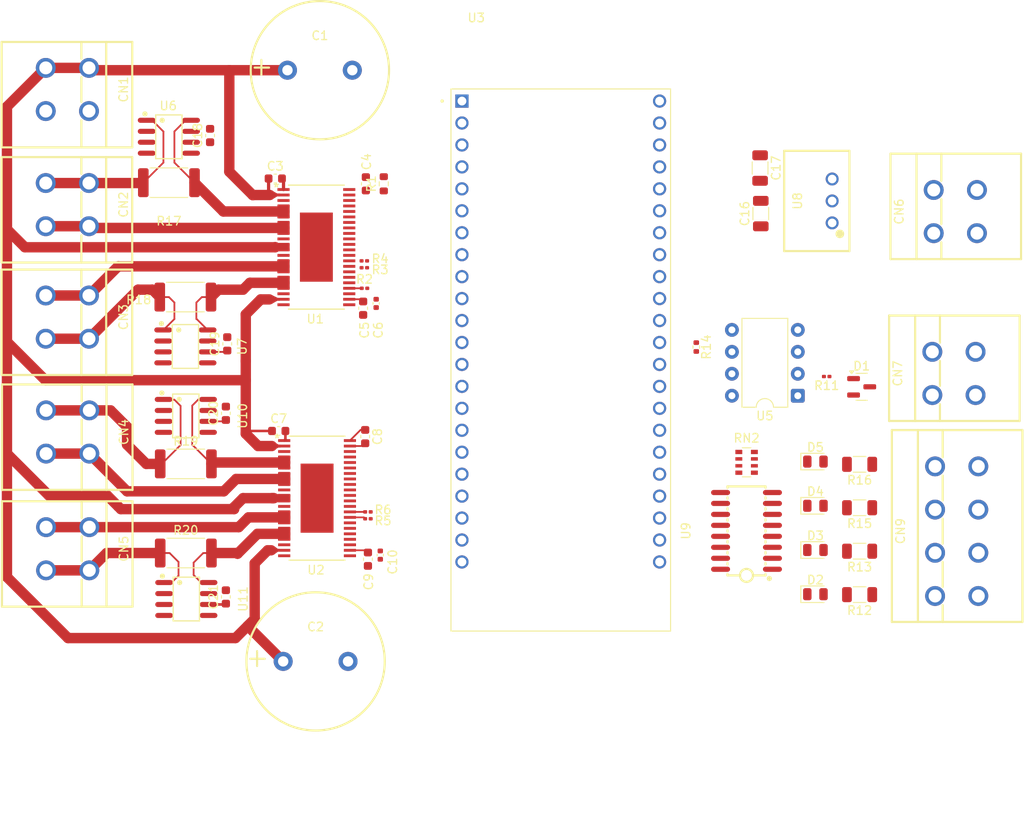
<source format=kicad_pcb>
(kicad_pcb (version 20241229) (generator "pcbnew") (generator_version "9.0")
  (layers (0 "F.Cu" signal) (2 "B.Cu" signal) (13 "F.Paste" user) (15 "B.Paste" user) (5 "F.SilkS" user "F.Silkscreen") (7 "B.SilkS" user "B.Silkscreen") (1 "F.Mask" user) (3 "B.Mask" user) (25 "Edge.Cuts" user))
  (net 0 "")
  (net 1 "GND")
  (net 2 "+48V")
  (net 3 "Net-(U1-VCP{slash}GND)")
  (net 4 "Net-(U1-CPH{slash}GND)")
  (net 5 "Net-(U1-CPL{slash}DVDD)")
  (net 6 "Net-(U1-DVDD{slash}CPL)")
  (net 7 "+3V3")
  (net 8 "Net-(U2-VCP{slash}GND)")
  (net 9 "Net-(U2-CPH{slash}GND)")
  (net 10 "Net-(U2-CPL{slash}DVDD)")
  (net 11 "Net-(U2-DVDD{slash}CPL)")
  (net 12 "Net-(U8-VIN)")
  (net 13 "+5V")
  (net 14 "/nSLEEP")
  (net 15 "/nFAULT")
  (net 16 "Net-(U1-IPROPI{slash}DECAY)")
  (net 17 "Net-(U1-IPROPI{slash}RSVD)")
  (net 18 "Net-(U2-IPROPI{slash}DECAY)")
  (net 19 "Net-(U2-IPROPI{slash}RSVD)")
  (net 20 "/U1_IN4")
  (net 21 "/U1_IN3")
  (net 24 "/U1_IN2")
  (net 27 "/U1_IN1")
  (net 29 "/U2_IN3")
  (net 30 "/U2_IN4")
  (net 33 "/U2_IN2")
  (net 34 "/U2_IN1")
  (net 41 "/Gun1Vref")
  (net 45 "/Gun2Vref")
  (net 46 "Net-(D1-A)")
  (net 47 "Net-(U5-C)")
  (net 50 "/Gun4Vref")
  (net 53 "/Gun3Vref")
  (net 60 "Net-(D1-K)")
  (net 61 "Net-(D2-A)")
  (net 62 "Net-(D2-K)")
  (net 63 "Net-(D3-A)")
  (net 64 "Net-(D3-K)")
  (net 65 "Net-(D4-K)")
  (net 66 "Net-(D4-A)")
  (net 67 "Net-(D5-A)")
  (net 68 "Net-(D5-K)")
  (net 69 "Net-(U5-A)")
  (net 70 "/Input_0_5v")
  (net 71 "/Input_2_24v")
  (net 72 "/Input_4_24v")
  (net 73 "/Input_1_24v")
  (net 74 "/Input_3_24v")
  (net 77 "Net-(CN9-Pad4)")
  (net 78 "Net-(CN9-Pad1)")
  (net 79 "Net-(CN9-Pad2)")
  (net 80 "Net-(CN9-Pad3)")
  (net 81 "/U1_OUT2")
  (net 82 "/U1_OUT4")
  (net 83 "/U2_OUT2")
  (net 84 "/U2_OUT4")
  (net 85 "/U1_OUT1")
  (net 86 "Net-(U6-IN-)")
  (net 87 "Net-(U7-IN-)")
  (net 88 "/U1_OUT3")
  (net 89 "Net-(U10-IN-)")
  (net 90 "Net-(U11-IN-)")
  (net 91 "/U2_OUT1")
  (net 92 "/U2_OUT3")
  (footprint "ESP32-S3-DEVKITC-1-N8R2:XCVR_ESP32-S3-DEVKITC-1-N8R2" (layer "F.Cu") (at 177.720625 91.644375)
    (property "Reference" "U3")
    (property "Value" "ESP32-S3-DEVKITC-1-N8R2")
  )
  (footprint "Capacitor_SMD:C_0402_1005Metric" (layer "F.Cu") (at 156.845 114.220625 -90)
    (property "Reference" "C10")
    (property "Value" "100nf 10v")
  )
  (footprint "Resistor_SMD:R_1206_3216Metric" (layer "F.Cu") (at 212.284375 108.742083 180)
    (property "Reference" "R15")
    (property "Value" "2.2k")
  )
  (footprint "easyeda2kicad:CAP-TH_BD16.0-P7.50-D0.8-FD" (layer "F.Cu") (at 149.364375 126.52375)
    (property "Reference" "C2")
    (property "Value" "LKMI2001K681MF_C42404588")
  )
  (footprint "Resistor_SMD:R_1206_3216Metric" (layer "F.Cu") (at 212.284375 103.715 180)
    (property "Reference" "R16")
    (property "Value" "2.2k")
  )
  (footprint "easyeda2kicad:SOIC-8_L4.9-W3.9-P1.27-LS6.0-BL" (layer "F.Cu") (at 134.3025 90.074053 -90)
    (property "Reference" "U7")
    (property "Value" "INA240A2DR")
  )
  (footprint "LED_SMD:LED_0805_2012Metric" (layer "F.Cu") (at 207.17375 108.514583)
    (property "Reference" "D4")
    (property "Value" "green")
  )
  (footprint "Resistor_SMD:R_0402_1005Metric" (layer "F.Cu") (at 193.394375 90.14125 -90)
    (property "Reference" "R14")
    (property "Value" "5.1k")
  )
  (footprint "Capacitor_SMD:C_0402_1005Metric" (layer "F.Cu") (at 156.36875 85.09 -90)
    (property "Reference" "C6")
    (property "Value" "100nf 10v")
  )
  (footprint "easyeda2kicad:CAP-TH_BD16.0-P7.50-D0.8-FD" (layer "F.Cu") (at 149.86 58.1025)
    (property "Reference" "C1")
    (property "Value" "LKMI2001K681MF_C42404588")
  )
  (footprint "Resistor_SMD:R_2512_6332Metric" (layer "F.Cu") (at 132.3975 71.12)
    (property "Reference" "R17")
    (property "Value" "40m")
  )
  (footprint "Capacitor_SMD:C_0603_1608Metric" (layer "F.Cu") (at 154.860625 85.645625 -90)
    (property "Reference" "C5")
    (property "Value" "1uf 16v")
  )
  (footprint "Resistor_SMD:R_0603_1608Metric" (layer "F.Cu") (at 157.25 71.25 90)
    (property "Reference" "R1")
    (property "Value" "10k")
  )
  (footprint "Resistor_SMD:R_0201_0603Metric" (layer "F.Cu") (at 208.478125 93.554375 180)
    (property "Reference" "R11")
    (property "Value" "470r")
  )
  (footprint "Resistor_SMD:R_1206_3216Metric" (layer "F.Cu") (at 212.284375 113.769167 180)
    (property "Reference" "R13")
    (property "Value" "2.2k")
  )
  (footprint "Resistor_SMD:R_0201_0603Metric" (layer "F.Cu") (at 155.41625 110.01375)
    (property "Reference" "R5")
    (property "Value" "5k")
  )
  (footprint "easyeda2kicad:SOIC-8_L4.9-W3.9-P1.27-LS6.0-BL" (layer "F.Cu") (at 132.3925 65.8075 -90)
    (property "Reference" "U6")
    (property "Value" "INA240A2DR")
  )
  (footprint "LED_SMD:LED_0805_2012Metric" (layer "F.Cu") (at 207.17375 103.3975)
    (property "Reference" "D5")
    (property "Value" "green")
  )
  (footprint "easyeda2kicad:CONN-TH_P5.00_KF243-5.0-2P" (layer "F.Cu") (at 223.358125 74.465 90)
    (property "Reference" "CN6")
    (property "Value" "KF243-5.0-2P")
  )
  (footprint "Capacitor_SMD:C_1206_3216Metric" (layer "F.Cu") (at 200.77625 69.424375 -90)
    (property "Reference" "C17")
    (property "Value" "22uf 10v")
  )
  (footprint "easyeda2kicad:CONN-TH_P5.00_KF243-5.0-2P" (layer "F.Cu") (at 120.689375 113.4875 -90)
    (property "Reference" "CN5")
    (property "Value" "KF243-5.0-2P")
  )
  (footprint "easyeda2kicad:SOP-16_L10.3-W4.4-P1.27-LS7.0-BL" (layer "F.Cu") (at 199.20375 111.419375 90)
    (property "Reference" "U9")
    (property "Value" "TLP281-4(GB-TP,J,F")
  )
  (footprint "easyeda2kicad:CONN-TH_P5.00_KF243-5.0-2P" (layer "F.Cu") (at 120.65 86.6775 -90)
    (property "Reference" "CN3")
    (property "Value" "KF243-5.0-2P")
  )
  (footprint "easyeda2kicad:CONN-TH_P5.00_KF243-5.0-2P" (layer "F.Cu") (at 120.65 73.66 -90)
    (property "Reference" "CN2")
    (property "Value" "KF243-5.0-2P")
  )
  (footprint "easyeda2kicad:PWRM-TH_YLPTEC_K78XX-1000R3" (layer "F.Cu") (at 209.110625 73.234375 90)
    (property "Reference" "U8")
    (property "Value" "K7805-1000R3_C2992391")
  )
  (footprint "LED_SMD:LED_0805_2012Metric" (layer "F.Cu") (at 207.17375 118.74875)
    (property "Reference" "D2")
    (property "Value" "green")
  )
  (footprint "Capacitor_SMD:C_0603_1608Metric" (layer "F.Cu") (at 144.700099 70.641924)
    (property "Reference" "C3")
    (property "Value" "1uf 16v")
  )
  (footprint "easyeda2kicad:CONN-TH_P5.00_KF243-5.0-2P" (layer "F.Cu") (at 223.19875 93.1975 90)
    (property "Reference" "CN7")
    (property "Value" "KF243-5.0-2P")
  )
  (footprint "Resistor_SMD:R_2512_6332Metric" (layer "F.Cu") (at 134.351875 113.9825)
    (property "Reference" "R20")
    (property "Value" "40m")
  )
  (footprint "Capacitor_SMD:C_1206_3216Metric" (layer "F.Cu") (at 200.855625 74.69625 90)
    (property "Reference" "C16")
    (property "Value" "10uf 50v")
  )
  (footprint "DRV8262DDWR:HTSSOP44-DDW_TEX" (layer "F.Cu") (at 149.5334 107.6325)
    (property "Reference" "U2")
    (property "Value" "DRV8262DDWR")
  )
  (footprint "Capacitor_SMD:C_0603_1608Metric" (layer "F.Cu") (at 155.09875 100.5075 -90)
    (property "Reference" "C8")
    (property "Value" "100nf 100v")
  )
  (footprint "easyeda2kicad:SOIC-8_L4.9-W3.9-P1.27-LS6.0-BL" (layer "F.Cu") (at 134.411875 119.305625 -90)
    (property "Reference" "U11")
    (property "Value" "INA240A2DR")
  )
  (footprint "LED_SMD:LED_0805_2012Metric" (layer "F.Cu") (at 207.17375 113.631667)
    (property "Reference" "D3")
    (property "Value" "green")
  )
  (footprint "Resistor_SMD:R_Array_Convex_4x0603" (layer "F.Cu") (at 199.215625 103.485625)
    (property "Reference" "RN2")
    (property "Value" "10k")
  )
  (footprint "Capacitor_SMD:C_0603_1608Metric" (layer "F.Cu") (at 138.985625 97.80875 90)
    (property "Reference" "C20")
    (property "Value" "100nf")
  )
  (footprint "Package_TO_SOT_SMD:SOT-23" (layer "F.Cu") (at 212.52375 94.745)
    (property "Reference" "D1")
    (property "Value" "D_Schottky")
  )
  (footprint "Capacitor_SMD:C_0603_1608Metric" (layer "F.Cu") (at 138.985625 119.0625 90)
    (property "Reference" "C21")
    (property "Value" "100nf")
  )
  (footprint "DRV8262DDWR:HTSSOP44-DDW_TEX" (layer "F.Cu") (at 149.453499 78.579424)
    (property "Reference" "U1")
    (property "Value" "DRV8262DDWR")
  )
  (footprint "Resistor_SMD:R_0201_0603Metric" (layer "F.Cu") (at 155.019375 83.34375)
    (property "Reference" "R2")
    (property "Value" "10k")
  )
  (footprint "Resistor_SMD:R_0201_0603Metric" (layer "F.Cu") (at 155.41625 109.22)
    (property "Reference" "R6")
    (property "Value" "5k")
  )
  (footprint "easyeda2kicad:SOIC-8_L4.9-W3.9-P1.27-LS6.0-BL" (layer "F.Cu") (at 134.351875 98.1125 -90)
    (property "Reference" "U10")
    (property "Value" "INA240A2DR")
  )
  (footprint "Capacitor_SMD:C_0603_1608Metric" (layer "F.Cu") (at 139.144375 89.773125 90)
    (property "Reference" "C19")
    (property "Value" "100nf")
  )
  (footprint "Capacitor_SMD:C_0603_1608Metric" (layer "F.Cu") (at 145.0975 99.85375)
    (property "Reference" "C7")
    (property "Value" "1uf 16v")
  )
  (footprint "Resistor_SMD:R_2512_6332Metric" (layer "F.Cu") (at 134.3025 84.359053)
    (property "Reference" "R18")
    (property "Value" "40m")
  )
  (footprint "Capacitor_SMD:C_0603_1608Metric" (layer "F.Cu") (at 155.41625 114.696875 -90)
    (property "Reference" "C9")
    (property "Value" "1uf 16v")
  )
  (footprint "Resistor_SMD:R_0201_0603Metric" (layer "F.Cu") (at 155 80.9625)
    (property "Reference" "R3")
    (property "Value" "5k")
  )
  (footprint "Resistor_SMD:R_1206_3216Metric" (layer "F.Cu") (at 212.284375 118.79625 180)
    (property "Reference" "R12")
    (property "Value" "2.2k")
  )
  (footprint "Resistor_SMD:R_2512_6332Metric" (layer "F.Cu") (at 134.351875 103.66375)
    (property "Reference" "R19")
    (property "Value" "40m")
  )
  (footprint "Capacitor_SMD:C_0603_1608Metric" (layer "F.Cu") (at 155.178125 71.25 -90)
    (property "Reference" "C4")
    (property "Value" "100nf 100v")
  )
  (footprint "Capacitor_SMD:C_0603_1608Metric" (layer "F.Cu") (at 137.16 65.661875 90)
    (property "Reference" "C18")
    (property "Value" "100nf")
  )
  (footprint "Resistor_SMD:R_0201_0603Metric" (layer "F.Cu") (at 155 80.16875)
    (property "Reference" "R4")
    (property "Value" "5k")
  )
  (footprint "easyeda2kicad:CONN-TH_4P-P5.00_KF243-5.0-4P" (layer "F.Cu") (at 223.516875 111.454375 90)
    (property "Reference" "CN9")
    (property "Value" "KF243-5.0-4P")
  )
  (footprint "easyeda2kicad:CONN-TH_P5.00_KF243-5.0-2P" (layer "F.Cu") (at 120.654027 60.333644 -90)
    (property "Reference" "CN1")
    (property "Value" "KF243-5.0-2P")
  )
  (footprint "easyeda2kicad:CONN-TH_P5.00_KF243-5.0-2P" (layer "F.Cu") (at 120.689375 99.9725 -90)
    (property "Reference" "CN4")
    (property "Value" "KF243-5.0-2P")
  )
  (footprint "Package_DIP:DIP-8_W7.62mm" (layer "F.Cu") (at 205.136875 95.776875 180)
    (property "Reference" "U5")
    (property "Value" "6N137")
  )
  (segment (start 126.52375 108.585) (end 126.84125 108.9025) (width 1.2) (layer "F.Cu") (net 2))
  (segment (start 139.938125 108.664375) (end 140.97 107.6325) (width 1.2) (layer "F.Cu") (net 2))
  (segment (start 140.096875 123.825) (end 142.319375 121.6025) (width 1.2) (layer "F.Cu") (net 2))
  (segment (start 142.71625 101.6) (end 141.2875 100.17125) (width 1.2) (layer "F.Cu") (net 2))
  (segment (start 118.154027 57.833644) (end 113.665 62.322671) (width 1.2) (layer "F.Cu") (net 2))
  (segment (start 113.665 62.322671) (end 113.665 76.5175) (width 1.2) (layer "F.Cu") (net 2))
  (segment (start 142.71625 101.6) (end 144.30375 101.6) (width 1.2) (layer "F.Cu") (net 2))
  (segment (start 139.3825 58.1025) (end 123.422883 58.1025) (width 1.2) (layer "F.Cu") (net 2))
  (segment (start 123.422883 58.1025) (end 123.154027 57.833644) (width 1.2) (layer "F.Cu") (net 2))
  (segment (start 143.018128 84.629372) (end 144.001872 84.629372) (width 1.2) (layer "F.Cu") (net 2))
  (segment (start 126.84125 108.9025) (end 139.938125 108.9025) (width 1.2) (layer "F.Cu") (net 2))
  (segment (start 113.665 89.535) (end 113.665 102.473125) (width 1.2) (layer "F.Cu") (net 2))
  (segment (start 141.605 99.85375) (end 141.2875 100.17125) (width 0.3) (layer "F.Cu") (net 2))
  (segment (start 125.25375 107.315) (end 126.52375 108.585) (width 1.2) (layer "F.Cu") (net 2))
  (segment (start 113.665 89.535) (end 118.11 93.98) (width 1.2) (layer "F.Cu") (net 2))
  (segment (start 139.3825 58.1025) (end 139.3825 69.849299) (width 1.2) (layer "F.Cu") (net 2))
  (segment (start 113.665 76.5175) (end 113.665 89.535) (width 1.2) (layer "F.Cu") (net 2))
  (segment (start 113.665 76.5175) (end 115.741753 78.594253) (width 1.2) (layer "F.Cu") (net 2))
  (segment (start 142.095469 72.546924) (end 144.065099 72.546924) (width 1.2) (layer "F.Cu") (net 2))
  (segment (start 118.154027 57.833644) (end 123.154027 57.833644) (width 1.2) (layer "F.Cu") (net 2))
  (segment (start 144.541875 107.6325) (end 144.30375 107.6325) (width 1.2) (layer "F.Cu") (net 2))
  (segment (start 124.46 107.315) (end 125.25375 107.315) (width 1.2) (layer "F.Cu") (net 2))
  (segment (start 145.614375 126.52375) (end 141.50625 122.415625) (width 1.2) (layer "F.Cu") (net 2))
  (segment (start 144.687622 78.594253) (end 144.700625 78.58125) (width 1.2) (layer "F.Cu") (net 2))
  (segment (start 141.2875 100.17125) (end 141.2875 93.98) (width 1.2) (layer "F.Cu") (net 2))
  (segment (start 141.2875 86.36) (end 143.018128 84.629372) (width 1.2) (layer "F.Cu") (net 2))
  (segment (start 113.665 116.760625) (end 120.729375 123.825) (width 1.2) (layer "F.Cu") (net 2))
  (segment (start 113.665 102.473125) (end 113.665 116.760625) (width 1.2) (layer "F.Cu") (net 2))
  (segment (start 143.925099 70.641924) (end 143.925099 72.406924) (width 0.3735) (layer "F.Cu") (net 2))
  (segment (start 118.506875 107.315) (end 124.46 107.315) (width 1.2) (layer "F.Cu") (net 2))
  (segment (start 143.925099 72.406924) (end 144.065099 72.546924) (width 0.3735) (layer "F.Cu") (net 2))
  (segment (start 144.3225 99.85375) (end 141.605 99.85375) (width 0.3) (layer "F.Cu") (net 2))
  (segment (start 139.3825 69.849299) (end 142.087797 72.554596) (width 1.2) (layer "F.Cu") (net 2))
  (segment (start 113.665 102.473125) (end 118.506875 107.315) (width 1.2) (layer "F.Cu") (net 2))
  (segment (start 140.97 107.6325) (end 144.541875 107.6325) (width 1.2) (layer "F.Cu") (net 2))
  (segment (start 141.2875 93.98) (end 141.2875 91.7575) (width 1.2) (layer "F.Cu") (net 2))
  (segment (start 141.2875 91.7575) (end 141.2875 86.36) (width 1.2) (layer "F.Cu") (net 2))
  (segment (start 120.729375 123.825) (end 140.096875 123.825) (width 1.2) (layer "F.Cu") (net 2))
  (segment (start 146.11 58.1025) (end 139.3825 58.1025) (width 1.2) (layer "F.Cu") (net 2))
  (segment (start 143.8275 113.665) (end 144.224375 113.665) (width 1.2) (layer "F.Cu") (net 2))
  (segment (start 115.741753 78.594253) (end 144.687622 78.594253) (width 1.2) (layer "F.Cu") (net 2))
  (segment (start 118.11 93.98) (end 141.2875 93.98) (width 1.2) (layer "F.Cu") (net 2))
  (segment (start 142.319375 121.6025) (end 142.319375 115.173125) (width 1.2) (layer "F.Cu") (net 2))
  (segment (start 139.938125 108.9025) (end 139.938125 108.664375) (width 1.2) (layer "F.Cu") (net 2))
  (segment (start 142.087797 72.554596) (end 142.095469 72.546924) (width 1.2) (layer "F.Cu") (net 2))
  (segment (start 142.319375 115.173125) (end 143.8275 113.665) (width 1.2) (layer "F.Cu") (net 2))
  (segment (start 145.652599 70.819424) (end 145.475099 70.641924) (width 0.3735) (layer "F.Cu") (net 3))
  (segment (start 145.652599 71.911924) (end 145.652599 70.819424) (width 0.3735) (layer "F.Cu") (net 3))
  (segment (start 154.601924 84.611924) (end 154.860625 84.870625) (width 0.2) (layer "F.Cu") (net 6))
  (segment (start 153.254399 84.611924) (end 154.601924 84.611924) (width 0.2) (layer "F.Cu") (net 6))
  (segment (start 138.826875 98.7425) (end 138.985625 98.58375) (width 0.2) (layer "F.Cu") (net 7))
  (segment (start 138.8875 119.935625) (end 138.985625 119.8375) (width 0.3) (layer "F.Cu") (net 7))
  (segment (start 136.981875 119.935625) (end 138.8875 119.935625) (width 0.3) (layer "F.Cu") (net 7))
  (segment (start 136.921875 98.7425) (end 138.826875 98.7425) (width 0.2) (layer "F.Cu") (net 7))
  (segment (start 136.8725 90.704053) (end 138.988447 90.704053) (width 0.2) (layer "F.Cu") (net 7))
  (segment (start 138.988447 90.704053) (end 139.144375 90.548125) (width 0.2) (layer "F.Cu") (net 7))
  (segment (start 145.8725 100.825) (end 145.7325 100.965) (width 0.3) (layer "F.Cu") (net 8))
  (segment (start 145.8725 99.85375) (end 145.8725 100.825) (width 0.3) (layer "F.Cu") (net 8))
  (segment (start 153.3343 100.965) (end 154.5668 99.7325) (width 0.2) (layer "F.Cu") (net 9))
  (segment (start 154.5668 99.7325) (end 155.09875 99.7325) (width 0.2) (layer "F.Cu") (net 9))
  (segment (start 153.3343 101.6) (end 154.78125 101.6) (width 0.2) (layer "F.Cu") (net 10))
  (segment (start 154.78125 101.6) (end 155.09875 101.2825) (width 0.2) (layer "F.Cu") (net 10))
  (segment (start 155.159375 113.665) (end 155.41625 113.921875) (width 0.2) (layer "F.Cu") (net 11))
  (segment (start 153.3343 113.665) (end 155.159375 113.665) (width 0.2) (layer "F.Cu") (net 11))
  (segment (start 154.699375 83.34375) (end 153.256225 83.34375) (width 0.2) (layer "F.Cu") (net 15))
  (segment (start 153.256225 83.34375) (end 153.254399 83.341924) (width 0.2) (layer "F.Cu") (net 15))
  (segment (start 154.9375 109.855) (end 155.09625 110.01375) (width 0.2) (layer "F.Cu") (net 18))
  (segment (start 153.3343 109.855) (end 154.9375 109.855) (width 0.2) (layer "F.Cu") (net 18))
  (segment (start 153.3343 109.22) (end 155.09625 109.22) (width 0.2) (layer "F.Cu") (net 19))
  (segment (start 123.5075 76.2) (end 123.4675 76.16) (width 1.2) (layer "F.Cu") (net 81))
  (segment (start 123.346924 76.356924) (end 123.15 76.16) (width 1.2) (layer "F.Cu") (net 81))
  (segment (start 145.652599 76.356924) (end 123.346924 76.356924) (width 1.2) (layer "F.Cu") (net 81))
  (segment (start 123.4675 76.16) (end 123.15 76.16) (width 1.2) (layer "F.Cu") (net 81))
  (segment (start 123.15 76.16) (end 118.15 76.16) (width 1.2) (layer "F.Cu") (net 81))
  (segment (start 145.652599 80.801924) (end 126.525576 80.801924) (width 1.2) (layer "F.Cu") (net 82))
  (segment (start 126.525576 80.801924) (end 123.15 84.1775) (width 1.2) (layer "F.Cu") (net 82))
  (segment (start 123.15 84.1775) (end 118.15 84.1775) (width 1.2) (layer "F.Cu") (net 82))
  (segment (start 127.555625 106.83875) (end 123.189375 102.4725) (width 1.2) (layer "F.Cu") (net 83))
  (segment (start 145.7325 105.41) (end 140.17625 105.41) (width 1.2) (layer "F.Cu") (net 83))
  (segment (start 123.189375 102.4725) (end 118.189375 102.4725) (width 1.2) (layer "F.Cu") (net 83))
  (segment (start 138.7475 106.83875) (end 127.555625 106.83875) (width 1.2) (layer "F.Cu") (net 83))
  (segment (start 140.17625 105.41) (end 138.7475 106.83875) (width 1.2) (layer "F.Cu") (net 83))
  (segment (start 141.605 109.855) (end 140.4725 110.9875) (width 1.2) (layer "F.Cu") (net 84))
  (segment (start 118.189375 110.9875) (end 123.189375 110.9875) (width 1.2) (layer "F.Cu") (net 84))
  (segment (start 145.7325 109.855) (end 141.605 109.855) (width 1.2) (layer "F.Cu") (net 84))
  (segment (start 140.4725 110.9875) (end 123.189375 110.9875) (width 1.2) (layer "F.Cu") (net 84))
  (segment (start 133.0325 65.1925) (end 133.0325 68.7925) (width 0.2) (layer "F.Cu") (net 85))
  (segment (start 134.3275 63.8975) (end 133.0325 65.1925) (width 0.2) (layer "F.Cu") (net 85))
  (segment (start 134.9625 63.8975) (end 134.3275 63.8975) (width 0.2) (layer "F.Cu") (net 85))
  (segment (start 145.652599 74.451924) (end 138.691924 74.451924) (width 1.2) (layer "F.Cu") (net 85))
  (segment (start 133.0325 68.7925) (end 135.36 71.12) (width 0.2) (layer "F.Cu") (net 85))
  (segment (start 138.691924 74.451924) (end 135.36 71.12) (width 1.2) (layer "F.Cu") (net 85))
  (segment (start 131.7625 68.7925) (end 129.435 71.12) (width 0.2) (layer "F.Cu") (net 86))
  (segment (start 130.4575 63.8975) (end 131.7625 65.2025) (width 0.2) (layer "F.Cu") (net 86))
  (segment (start 129.395 71.16) (end 129.435 71.12) (width 1.2) (layer "F.Cu") (net 86))
  (segment (start 118.15 71.16) (end 123.15 71.16) (width 1.2) (layer "F.Cu") (net 86))
  (segment (start 123.15 71.16) (end 129.395 71.16) (width 1.2) (layer "F.Cu") (net 86))
  (segment (start 129.515864 71.12) (end 129.435 71.12) (width 0.2) (layer "F.Cu") (net 86))
  (segment (start 131.7625 65.2025) (end 131.7625 68.7925) (width 0.2) (layer "F.Cu") (net 86))
  (segment (start 130.5175 63.8975) (end 129.8825 63.8975) (width 0.2) (layer "F.Cu") (net 86))
  (segment (start 129.8225 63.8975) (end 130.4575 63.8975) (width 0.2) (layer "F.Cu") (net 86))
  (segment (start 130.483447 83.5025) (end 128.825 83.5025) (width 1.2) (layer "F.Cu") (net 87))
  (segment (start 132.3975 84.359053) (end 133.0325 84.994053) (width 0.2) (layer "F.Cu") (net 87))
  (segment (start 128.825 83.5025) (end 123.15 89.1775) (width 1.2) (layer "F.Cu") (net 87))
  (segment (start 131.7675 88.164053) (end 131.7325 88.164053) (width 0.2) (layer "F.Cu") (net 87))
  (segment (start 133.0325 86.899053) (end 131.7675 88.164053) (width 0.2) (layer "F.Cu") (net 87))
  (segment (start 118.15 89.1775) (end 123.15 89.1775) (width 1.2) (layer "F.Cu") (net 87))
  (segment (start 131.34 84.359053) (end 130.483447 83.5025) (width 1.2) (layer "F.Cu") (net 87))
  (segment (start 131.34 84.359053) (end 132.3975 84.359053) (width 0.2) (layer "F.Cu") (net 87))
  (segment (start 133.0325 84.994053) (end 133.0325 86.899053) (width 0.2) (layer "F.Cu") (net 87))
  (segment (start 145.652599 82.706924) (end 141.765576 82.706924) (width 1.2) (layer "F.Cu") (net 88))
  (segment (start 135.5725 84.994053) (end 135.5725 86.899053) (width 0.2) (layer "F.Cu") (net 88))
  (segment (start 141.765576 82.706924) (end 140.97 83.5025) (width 1.2) (layer "F.Cu") (net 88))
  (segment (start 135.5725 86.899053) (end 135.6075 86.899053) (width 0.2) (layer "F.Cu") (net 88))
  (segment (start 136.2075 84.359053) (end 135.5725 84.994053) (width 0.2) (layer "F.Cu") (net 88))
  (segment (start 138.121553 83.5025) (end 137.265 84.359053) (width 1.2) (layer "F.Cu") (net 88))
  (segment (start 140.97 83.5025) (end 138.121553 83.5025) (width 1.2) (layer "F.Cu") (net 88))
  (segment (start 135.6075 86.899053) (end 136.8725 88.164053) (width 0.2) (layer "F.Cu") (net 88))
  (segment (start 137.265 84.359053) (end 136.2075 84.359053) (width 0.2) (layer "F.Cu") (net 88))
  (segment (start 133.0325 96.24) (end 131.92125 96.24) (width 0.2) (layer "F.Cu") (net 89))
  (segment (start 125.650625 97.4725) (end 123.189375 97.4725) (width 1.2) (layer "F.Cu") (net 89))
  (segment (start 127.555625 99.3775) (end 125.650625 97.4725) (width 1.2) (layer "F.Cu") (net 89))
  (segment (start 133.746875 96.954375) (end 133.0325 96.24) (width 0.2) (layer "F.Cu") (net 89))
  (segment (start 130.996875 103.66375) (end 129.778125 103.66375) (width 1.2) (layer "F.Cu") (net 89))
  (segment (start 129.778125 103.66375) (end 127.555625 101.44125) (width 1.2) (layer "F.Cu") (net 89))
  (segment (start 118.189375 97.4725) (end 123.189375 97.4725) (width 1.2) (layer "F.Cu") (net 89))
  (segment (start 133.746875 101.483125) (end 133.746875 96.954375) (width 0.2) (layer "F.Cu") (net 89))
  (segment (start 131.52875 103.70125) (end 133.746875 101.483125) (width 0.2) (layer "F.Cu") (net 89))
  (segment (start 127.555625 101.44125) (end 127.555625 99.3775) (width 1.2) (layer "F.Cu") (net 89))
  (segment (start 125.194375 113.9825) (end 123.189375 115.9875) (width 1.2) (layer "F.Cu") (net 90))
  (segment (start 131.389375 113.9825) (end 132.476875 113.9825) (width 0.2) (layer "F.Cu") (net 90))
  (segment (start 133.50875 116.601875) (end 132.715 117.395625) (width 0.2) (layer "F.Cu") (net 90))
  (segment (start 131.389375 113.9825) (end 125.194375 113.9825) (width 1.2) (layer "F.Cu") (net 90))
  (segment (start 133.50875 115.014375) (end 133.50875 116.601875) (width 0.2) (layer "F.Cu") (net 90))
  (segment (start 132.476875 113.9825) (end 133.50875 115.014375) (width 0.2) (layer "F.Cu") (net 90))
  (segment (start 118.189375 115.9875) (end 123.189375 115.9875) (width 1.2) (layer "F.Cu") (net 90))
  (segment (start 132.715 117.395625) (end 131.841875 117.395625) (width 0.2) (layer "F.Cu") (net 90))
  (segment (start 135.810625 96.2025) (end 136.921875 96.2025) (width 0.2) (layer "F.Cu") (net 91))
  (segment (start 137.473125 103.505) (end 145.7325 103.505) (width 1.2) (layer "F.Cu") (net 91))
  (segment (start 135.09625 101.445625) (end 135.09625 96.916875) (width 0.2) (layer "F.Cu") (net 91))
  (segment (start 137.314375 103.66375) (end 137.473125 103.505) (width 1.2) (layer "F.Cu") (net 91))
  (segment (start 135.09625 96.916875) (end 135.810625 96.2025) (width 0.2) (layer "F.Cu") (net 91))
  (segment (start 137.314375 103.66375) (end 135.09625 101.445625) (width 0.2) (layer "F.Cu") (net 91))
  (segment (start 136.36625 113.9825) (end 135.255 115.09375) (width 0.2) (layer "F.Cu") (net 92))
  (segment (start 140.255625 113.9825) (end 137.314375 113.9825) (width 1.2) (layer "F.Cu") (net 92))
  (segment (start 142.636875 111.76) (end 140.335 114.061875) (width 1.2) (layer "F.Cu") (net 92))
  (segment (start 137.314375 113.9825) (end 136.36625 113.9825) (width 0.2) (layer "F.Cu") (net 92))
  (segment (start 136.128125 117.395625) (end 136.981875 117.395625) (width 0.2) (layer "F.Cu") (net 92))
  (segment (start 135.255 115.09375) (end 135.255 116.5225) (width 0.2) (layer "F.Cu") (net 92))
  (segment (start 140.335 114.061875) (end 140.255625 113.9825) (width 1.2) (layer "F.Cu") (net 92))
  (segment (start 145.7325 111.76) (end 142.636875 111.76) (width 1.2) (layer "F.Cu") (net 92))
  (segment (start 135.255 116.5225) (end 136.128125 117.395625) (width 0.2) (layer "F.Cu") (net 92))
  (zone (net 82) (net_name "/U1_OUT4") (layer "F.Cu") (connect_pads yes (clearance 0.1)) (min_thickness 0.25) (fill yes (thermal_gap 0.5) (thermal_bridge_width 0.5))
    (polygon (pts (xy 144.933541 79.973148) (xy 144.933541 81.583291) (xy 146.358491 81.583291) (xy 146.358491 79.973148)))
  )
  (zone (net 2) (net_name "+48V") (layer "F.Cu") (priority 2) (connect_pads yes (clearance 0.1)) (min_thickness 0.25) (fill yes (thermal_gap 0.5) (thermal_bridge_width 0.5))
    (polygon (pts (xy 145.335099 72.546924) (xy 145.335099 72.719411) (xy 144.944371 72.699271) (xy 144.166944 73.154448) (xy 144.150832 71.950041) (xy 144.956455 72.385077) (xy 145.343155 72.385077) (xy 145.339127 72.554258)))
  )
  (zone (net 81) (net_name "/U1_OUT2") (layer "F.Cu") (connect_pads yes (clearance 0.1)) (min_thickness 0.25) (fill yes (thermal_gap 0.5) (thermal_bridge_width 0.5))
    (polygon (pts (xy 144.952879 75.552896) (xy 144.952879 77.160949) (xy 146.361463 77.160949) (xy 146.361463 75.552896)))
  )
  (zone (net 2) (net_name "+48V") (layer "F.Cu") (priority 9) (connect_pads yes (clearance 0.1)) (min_thickness 0.25) (fill yes (thermal_gap 0.5) (thermal_bridge_width 0.5))
    (polygon (pts (xy 146.446875 107.15625) (xy 146.446875 108.10875) (xy 144.4625 108.10875) (xy 144.4625 107.15625)))
  )
  (zone (net 85) (net_name "/U1_OUT1") (layer "F.Cu") (connect_pads yes (clearance 0.1)) (min_thickness 0.25) (fill yes (thermal_gap 0.5) (thermal_bridge_width 0.5))
    (polygon (pts (xy 144.953637 73.652453) (xy 144.953637 75.265091) (xy 146.360697 75.265091) (xy 146.360697 73.652453)))
  )
  (zone (net 92) (net_name "/U2_OUT3") (layer "F.Cu") (priority 8) (connect_pads yes (clearance 0.1)) (min_thickness 0.25) (fill yes (thermal_gap 0.5) (thermal_bridge_width 0.5))
    (polygon (pts (xy 145.018125 110.96625) (xy 146.446875 110.96625) (xy 146.446875 112.55375) (xy 145.018125 112.55375)))
  )
  (zone (net 84) (net_name "/U2_OUT4") (layer "F.Cu") (priority 7) (connect_pads yes (clearance 0.1)) (min_thickness 0.25) (fill yes (thermal_gap 0.5) (thermal_bridge_width 0.5))
    (polygon (pts (xy 145.018125 109.06125) (xy 146.446875 109.06125) (xy 146.446875 110.64875) (xy 145.018125 110.64875)))
  )
  (zone (net 2) (net_name "+48V") (layer "F.Cu") (priority 4) (connect_pads yes (clearance 0.1)) (min_thickness 0.25) (fill yes (thermal_gap 0.5) (thermal_bridge_width 0.5))
    (polygon (pts (xy 145.3968 101.44125) (xy 145.0793 101.44125) (xy 144.385032 101.01758) (xy 144.375613 102.182419) (xy 145.0793 101.75875) (xy 145.3968 101.75875)))
  )
  (zone (net 2) (net_name "+48V") (layer "F.Cu") (priority 1) (connect_pads yes (clearance 0.1)) (min_thickness 0.25) (fill yes (thermal_gap 0.5) (thermal_bridge_width 0.5))
    (polygon (pts (xy 144.948785 78.094344) (xy 146.358361 78.091659) (xy 146.365253 79.068279) (xy 144.948309 79.06311)))
  )
  (zone (net 2) (net_name "+48V") (layer "F.Cu") (priority 10) (connect_pads yes (clearance 0.1)) (min_thickness 0.25) (fill yes (thermal_gap 0.5) (thermal_bridge_width 0.5))
    (polygon (pts (xy 145.018125 113.50625) (xy 144.4625 113.109375) (xy 144.4625 114.220625) (xy 145.018125 113.82375) (xy 145.25625 113.82375) (xy 145.25625 113.50625)))
  )
  (zone (net 88) (net_name "/U1_OUT3") (layer "F.Cu") (connect_pads yes (clearance 0.1)) (min_thickness 0.25) (fill yes (thermal_gap 0.5) (thermal_bridge_width 0.5))
    (polygon (pts (xy 144.94255 81.892357) (xy 144.94255 83.5025) (xy 146.3675 83.5025) (xy 146.3675 81.892357)))
  )
  (zone (net 2) (net_name "+48V") (layer "F.Cu") (priority 3) (connect_pads yes (clearance 0.1)) (min_thickness 0.25) (fill yes (thermal_gap 0.5) (thermal_bridge_width 0.5))
    (polygon (pts (xy 144.139221 84.042725) (xy 144.952559 84.437744) (xy 145.297678 84.452124) (xy 145.297678 84.774235) (xy 144.955435 84.774235) (xy 144.190421 85.205634)))
  )
  (zone (net 91) (net_name "/U2_OUT1") (layer "F.Cu") (priority 5) (connect_pads yes (clearance 0.1)) (min_thickness 0.25) (fill yes (thermal_gap 0.5) (thermal_bridge_width 0.5))
    (polygon (pts (xy 145.037256 102.703655) (xy 146.438915 102.707672) (xy 146.430882 104.314157) (xy 145.03324 104.298092)))
  )
  (zone (net 83) (net_name "/U2_OUT2") (layer "F.Cu") (priority 6) (connect_pads yes (clearance 0.1)) (min_thickness 0.25) (fill yes (thermal_gap 0.5) (thermal_bridge_width 0.5))
    (polygon (pts (xy 145.033459 104.610554) (xy 146.44315 104.610554) (xy 146.447166 106.209007) (xy 145.037475 106.20499) (xy 145.033459 104.602522)))
  )
)
</source>
